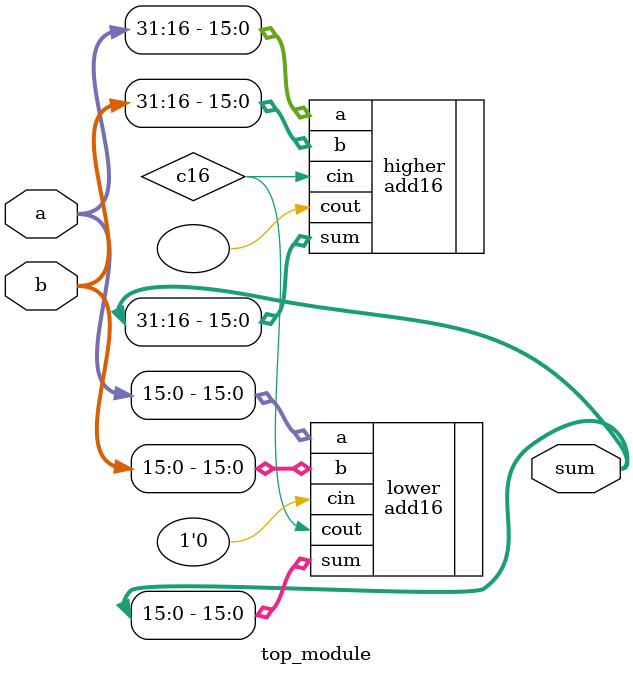
<source format=v>
module top_module(
    input [31:0] a,
    input [31:0] b,
    output [31:0] sum
);
    wire c16;
    add16 lower(.a(a[15:0]),.b(b[15:0]),.cin(1'b0),.sum(sum[15:0]),.cout(c16));
    add16 higher(.a(a[31:16]),.b(b[31:16]),.cin(c16),.sum(sum[31:16]),.cout());            
endmodule

</source>
